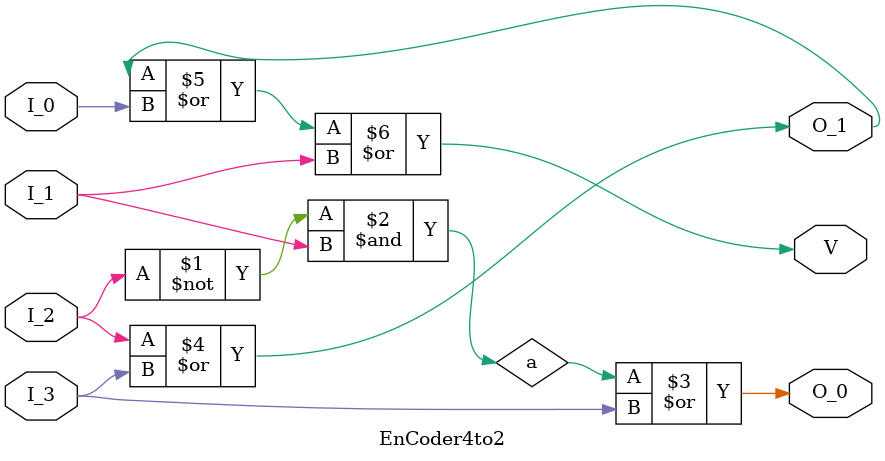
<source format=v>

module EnCoder4to2(I_0, I_1, I_2, I_3, O_0, O_1, V);
    output O_0, O_1, V;
    input I_0, I_1, I_2, I_3;
    wire a;

    and(a, ~I_2, I_1);
    or(O_0, a, I_3);
    or (O_1, I_2, I_3);
    or(V, O_1, I_0, I_1);
    
endmodule
</source>
